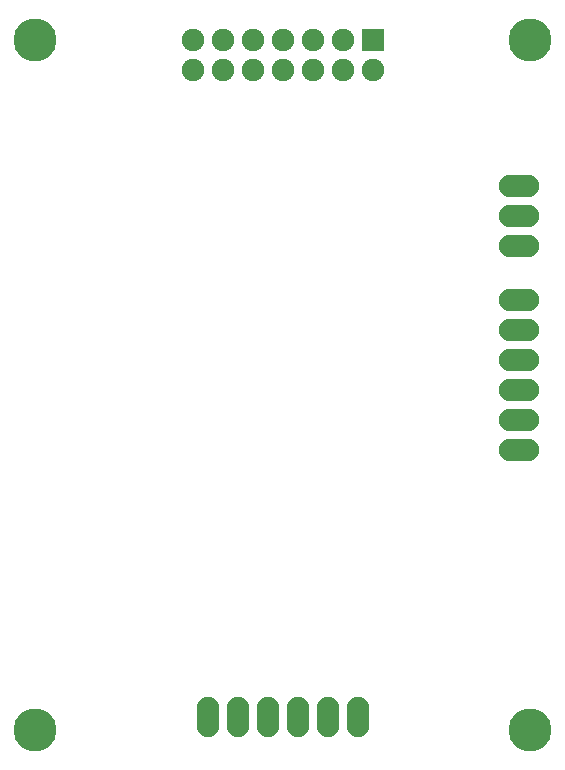
<source format=gbr>
G04 #@! TF.FileFunction,Soldermask,Bot*
%FSLAX46Y46*%
G04 Gerber Fmt 4.6, Leading zero omitted, Abs format (unit mm)*
G04 Created by KiCad (PCBNEW 4.0.4-stable) date 10/12/16 23:00:51*
%MOMM*%
%LPD*%
G01*
G04 APERTURE LIST*
%ADD10C,0.100000*%
%ADD11O,3.414980X1.906220*%
%ADD12R,1.898600X1.898600*%
%ADD13C,1.898600*%
%ADD14C,3.651200*%
%ADD15O,1.906220X3.414980*%
G04 APERTURE END LIST*
D10*
D11*
X147015200Y-84759800D03*
X147015200Y-87299800D03*
X147015200Y-89839800D03*
X147015200Y-94361000D03*
X147015200Y-96901000D03*
X147015200Y-99441000D03*
X147015200Y-101981000D03*
X147015200Y-104521000D03*
X147015200Y-107061000D03*
D12*
X134620000Y-72390000D03*
D13*
X134620000Y-74930000D03*
X132080000Y-72390000D03*
X132080000Y-74930000D03*
X129540000Y-72390000D03*
X129540000Y-74930000D03*
X127000000Y-72390000D03*
X127000000Y-74930000D03*
X124460000Y-72390000D03*
X124460000Y-74930000D03*
X121920000Y-72390000D03*
X121920000Y-74930000D03*
X119380000Y-72390000D03*
X119380000Y-74930000D03*
D14*
X147955000Y-130810000D03*
X147955000Y-72390000D03*
X106045000Y-72390000D03*
X106045000Y-130810000D03*
D15*
X120650000Y-129667000D03*
X123190000Y-129667000D03*
X125730000Y-129667000D03*
X128270000Y-129667000D03*
X130810000Y-129667000D03*
X133350000Y-129667000D03*
M02*

</source>
